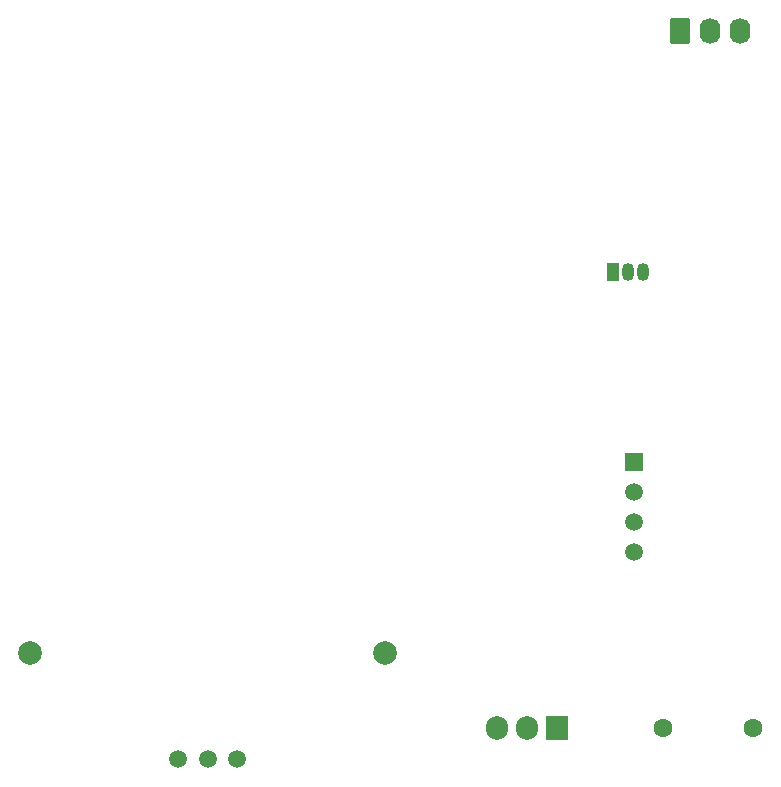
<source format=gbr>
%TF.GenerationSoftware,KiCad,Pcbnew,9.0.0*%
%TF.CreationDate,2025-04-02T21:20:57+05:30*%
%TF.ProjectId,Smart_Energy_Saving_System,536d6172-745f-4456-9e65-7267795f5361,rev?*%
%TF.SameCoordinates,Original*%
%TF.FileFunction,Soldermask,Bot*%
%TF.FilePolarity,Negative*%
%FSLAX46Y46*%
G04 Gerber Fmt 4.6, Leading zero omitted, Abs format (unit mm)*
G04 Created by KiCad (PCBNEW 9.0.0) date 2025-04-02 21:20:57*
%MOMM*%
%LPD*%
G01*
G04 APERTURE LIST*
G04 Aperture macros list*
%AMRoundRect*
0 Rectangle with rounded corners*
0 $1 Rounding radius*
0 $2 $3 $4 $5 $6 $7 $8 $9 X,Y pos of 4 corners*
0 Add a 4 corners polygon primitive as box body*
4,1,4,$2,$3,$4,$5,$6,$7,$8,$9,$2,$3,0*
0 Add four circle primitives for the rounded corners*
1,1,$1+$1,$2,$3*
1,1,$1+$1,$4,$5*
1,1,$1+$1,$6,$7*
1,1,$1+$1,$8,$9*
0 Add four rect primitives between the rounded corners*
20,1,$1+$1,$2,$3,$4,$5,0*
20,1,$1+$1,$4,$5,$6,$7,0*
20,1,$1+$1,$6,$7,$8,$9,0*
20,1,$1+$1,$8,$9,$2,$3,0*%
G04 Aperture macros list end*
%ADD10R,1.500000X1.500000*%
%ADD11C,1.500000*%
%ADD12C,1.600000*%
%ADD13R,1.905000X2.000000*%
%ADD14O,1.905000X2.000000*%
%ADD15RoundRect,0.250000X-0.620000X-0.845000X0.620000X-0.845000X0.620000X0.845000X-0.620000X0.845000X0*%
%ADD16O,1.740000X2.190000*%
%ADD17R,1.050000X1.500000*%
%ADD18O,1.050000X1.500000*%
%ADD19C,2.000000*%
G04 APERTURE END LIST*
D10*
%TO.C,U2*%
X166500000Y-87000000D03*
D11*
X166500000Y-89540000D03*
X166500000Y-92080000D03*
X166500000Y-94620000D03*
%TD*%
D12*
%TO.C,R1*%
X169000000Y-109500000D03*
X176600000Y-109500000D03*
%TD*%
D13*
%TO.C,U3*%
X160000000Y-109445000D03*
D14*
X157460000Y-109445000D03*
X154920000Y-109445000D03*
%TD*%
D15*
%TO.C,J1*%
X170420000Y-50500000D03*
D16*
X172960000Y-50500000D03*
X175500000Y-50500000D03*
%TD*%
D17*
%TO.C,Q1*%
X164730000Y-70860000D03*
D18*
X166000000Y-70860000D03*
X167270000Y-70860000D03*
%TD*%
D19*
%TO.C,HC-SR501*%
X115430000Y-103140000D03*
X145430000Y-103140000D03*
D11*
X127930000Y-112140000D03*
X130430000Y-112140000D03*
X132930000Y-112140000D03*
%TD*%
M02*

</source>
